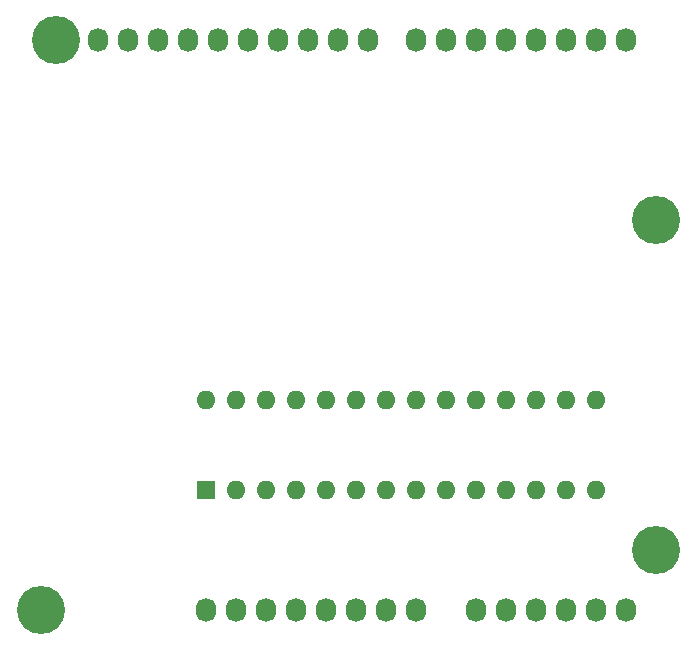
<source format=gbr>
%TF.GenerationSoftware,KiCad,Pcbnew,6.0.2+dfsg-1*%
%TF.CreationDate,2025-12-02T17:30:05+07:00*%
%TF.ProjectId,uno_shield,756e6f5f-7368-4696-956c-642e6b696361,rev?*%
%TF.SameCoordinates,Original*%
%TF.FileFunction,Copper,L1,Top*%
%TF.FilePolarity,Positive*%
%FSLAX46Y46*%
G04 Gerber Fmt 4.6, Leading zero omitted, Abs format (unit mm)*
G04 Created by KiCad (PCBNEW 6.0.2+dfsg-1) date 2025-12-02 17:30:05*
%MOMM*%
%LPD*%
G01*
G04 APERTURE LIST*
%TA.AperFunction,ComponentPad*%
%ADD10R,1.600000X1.600000*%
%TD*%
%TA.AperFunction,ComponentPad*%
%ADD11O,1.600000X1.600000*%
%TD*%
%TA.AperFunction,ComponentPad*%
%ADD12O,1.727200X2.032000*%
%TD*%
%TA.AperFunction,ComponentPad*%
%ADD13C,4.064000*%
%TD*%
G04 APERTURE END LIST*
D10*
%TO.P,U1,1,~{RESET}/PC6*%
%TO.N,unconnected-(U1-Pad1)*%
X138938000Y-113665000D03*
D11*
%TO.P,U1,2,PD0*%
%TO.N,unconnected-(U1-Pad2)*%
X141478000Y-113665000D03*
%TO.P,U1,3,PD1*%
%TO.N,unconnected-(U1-Pad3)*%
X144018000Y-113665000D03*
%TO.P,U1,4,PD2*%
%TO.N,unconnected-(U1-Pad4)*%
X146558000Y-113665000D03*
%TO.P,U1,5,PD3*%
%TO.N,unconnected-(U1-Pad5)*%
X149098000Y-113665000D03*
%TO.P,U1,6,PD4*%
%TO.N,unconnected-(U1-Pad6)*%
X151638000Y-113665000D03*
%TO.P,U1,7,VCC*%
%TO.N,unconnected-(U1-Pad7)*%
X154178000Y-113665000D03*
%TO.P,U1,8,GND*%
%TO.N,Net-(U1-Pad22)*%
X156718000Y-113665000D03*
%TO.P,U1,9,XTAL1/PB6*%
%TO.N,unconnected-(U1-Pad9)*%
X159258000Y-113665000D03*
%TO.P,U1,10,XTAL2/PB7*%
%TO.N,unconnected-(U1-Pad10)*%
X161798000Y-113665000D03*
%TO.P,U1,11,PD5*%
%TO.N,unconnected-(U1-Pad11)*%
X164338000Y-113665000D03*
%TO.P,U1,12,PD6*%
%TO.N,unconnected-(U1-Pad12)*%
X166878000Y-113665000D03*
%TO.P,U1,13,PD7*%
%TO.N,unconnected-(U1-Pad13)*%
X169418000Y-113665000D03*
%TO.P,U1,14,PB0*%
%TO.N,unconnected-(U1-Pad14)*%
X171958000Y-113665000D03*
%TO.P,U1,15,PB1*%
%TO.N,unconnected-(U1-Pad15)*%
X171958000Y-106045000D03*
%TO.P,U1,16,PB2*%
%TO.N,unconnected-(U1-Pad16)*%
X169418000Y-106045000D03*
%TO.P,U1,17,PB3*%
%TO.N,unconnected-(U1-Pad17)*%
X166878000Y-106045000D03*
%TO.P,U1,18,PB4*%
%TO.N,unconnected-(U1-Pad18)*%
X164338000Y-106045000D03*
%TO.P,U1,19,PB5*%
%TO.N,unconnected-(U1-Pad19)*%
X161798000Y-106045000D03*
%TO.P,U1,20,AVCC*%
%TO.N,unconnected-(U1-Pad20)*%
X159258000Y-106045000D03*
%TO.P,U1,21,AREF*%
%TO.N,unconnected-(U1-Pad21)*%
X156718000Y-106045000D03*
%TO.P,U1,22,GND*%
%TO.N,Net-(U1-Pad22)*%
X154178000Y-106045000D03*
%TO.P,U1,23,PC0*%
%TO.N,unconnected-(U1-Pad23)*%
X151638000Y-106045000D03*
%TO.P,U1,24,PC1*%
%TO.N,unconnected-(U1-Pad24)*%
X149098000Y-106045000D03*
%TO.P,U1,25,PC2*%
%TO.N,unconnected-(U1-Pad25)*%
X146558000Y-106045000D03*
%TO.P,U1,26,PC3*%
%TO.N,unconnected-(U1-Pad26)*%
X144018000Y-106045000D03*
%TO.P,U1,27,PC4*%
%TO.N,unconnected-(U1-Pad27)*%
X141478000Y-106045000D03*
%TO.P,U1,28,PC5*%
%TO.N,unconnected-(U1-Pad28)*%
X138938000Y-106045000D03*
%TD*%
D12*
%TO.P,P1,1,Pin_1*%
%TO.N,unconnected-(P1-Pad1)*%
X138938000Y-123825000D03*
%TO.P,P1,2,Pin_2*%
%TO.N,/IOREF*%
X141478000Y-123825000D03*
%TO.P,P1,3,Pin_3*%
%TO.N,/Reset*%
X144018000Y-123825000D03*
%TO.P,P1,4,Pin_4*%
%TO.N,+3V3*%
X146558000Y-123825000D03*
%TO.P,P1,5,Pin_5*%
%TO.N,+5V*%
X149098000Y-123825000D03*
%TO.P,P1,6,Pin_6*%
%TO.N,GND*%
X151638000Y-123825000D03*
%TO.P,P1,7,Pin_7*%
X154178000Y-123825000D03*
%TO.P,P1,8,Pin_8*%
%TO.N,/Vin*%
X156718000Y-123825000D03*
%TD*%
%TO.P,P2,1,Pin_1*%
%TO.N,/A0*%
X161798000Y-123825000D03*
%TO.P,P2,2,Pin_2*%
%TO.N,/A1*%
X164338000Y-123825000D03*
%TO.P,P2,3,Pin_3*%
%TO.N,/A2*%
X166878000Y-123825000D03*
%TO.P,P2,4,Pin_4*%
%TO.N,/A3*%
X169418000Y-123825000D03*
%TO.P,P2,5,Pin_5*%
%TO.N,/A4(SDA)*%
X171958000Y-123825000D03*
%TO.P,P2,6,Pin_6*%
%TO.N,/A5(SCL)*%
X174498000Y-123825000D03*
%TD*%
%TO.P,P3,1,Pin_1*%
%TO.N,/A5(SCL)*%
X129794000Y-75565000D03*
%TO.P,P3,2,Pin_2*%
%TO.N,/A4(SDA)*%
X132334000Y-75565000D03*
%TO.P,P3,3,Pin_3*%
%TO.N,/AREF*%
X134874000Y-75565000D03*
%TO.P,P3,4,Pin_4*%
%TO.N,GND*%
X137414000Y-75565000D03*
%TO.P,P3,5,Pin_5*%
%TO.N,/13(SCK)*%
X139954000Y-75565000D03*
%TO.P,P3,6,Pin_6*%
%TO.N,/12(MISO)*%
X142494000Y-75565000D03*
%TO.P,P3,7,Pin_7*%
%TO.N,/11(\u002A\u002A{slash}MOSI)*%
X145034000Y-75565000D03*
%TO.P,P3,8,Pin_8*%
%TO.N,/10(\u002A\u002A{slash}SS)*%
X147574000Y-75565000D03*
%TO.P,P3,9,Pin_9*%
%TO.N,/9(\u002A\u002A)*%
X150114000Y-75565000D03*
%TO.P,P3,10,Pin_10*%
%TO.N,/8*%
X152654000Y-75565000D03*
%TD*%
%TO.P,P4,1,Pin_1*%
%TO.N,/7*%
X156718000Y-75565000D03*
%TO.P,P4,2,Pin_2*%
%TO.N,/6(\u002A\u002A)*%
X159258000Y-75565000D03*
%TO.P,P4,3,Pin_3*%
%TO.N,/5(\u002A\u002A)*%
X161798000Y-75565000D03*
%TO.P,P4,4,Pin_4*%
%TO.N,/4*%
X164338000Y-75565000D03*
%TO.P,P4,5,Pin_5*%
%TO.N,/3(\u002A\u002A)*%
X166878000Y-75565000D03*
%TO.P,P4,6,Pin_6*%
%TO.N,/2*%
X169418000Y-75565000D03*
%TO.P,P4,7,Pin_7*%
%TO.N,/1(Tx)*%
X171958000Y-75565000D03*
%TO.P,P4,8,Pin_8*%
%TO.N,/0(Rx)*%
X174498000Y-75565000D03*
%TD*%
D13*
%TO.P,P5,1,Pin_1*%
%TO.N,unconnected-(P5-Pad1)*%
X124968000Y-123825000D03*
%TD*%
%TO.P,P6,1,Pin_1*%
%TO.N,unconnected-(P6-Pad1)*%
X177038000Y-118745000D03*
%TD*%
%TO.P,P7,1,Pin_1*%
%TO.N,unconnected-(P7-Pad1)*%
X126238000Y-75565000D03*
%TD*%
%TO.P,P8,1,Pin_1*%
%TO.N,unconnected-(P8-Pad1)*%
X177038000Y-90805000D03*
%TD*%
M02*

</source>
